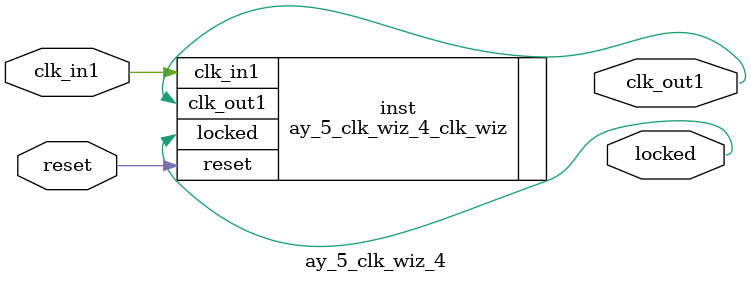
<source format=v>


`timescale 1ps/1ps

(* CORE_GENERATION_INFO = "ay_5_clk_wiz_4,clk_wiz_v6_0_14_0_0,{component_name=ay_5_clk_wiz_4,use_phase_alignment=true,use_min_o_jitter=false,use_max_i_jitter=false,use_dyn_phase_shift=false,use_inclk_switchover=false,use_dyn_reconfig=false,enable_axi=0,feedback_source=FDBK_AUTO,PRIMITIVE=MMCM,num_out_clk=1,clkin1_period=10.000,clkin2_period=10.000,use_power_down=false,use_reset=true,use_locked=true,use_inclk_stopped=false,feedback_type=SINGLE,CLOCK_MGR_TYPE=NA,manual_override=false}" *)

module ay_5_clk_wiz_4 
 (
  // Clock out ports
  output        clk_out1,
  // Status and control signals
  input         reset,
  output        locked,
 // Clock in ports
  input         clk_in1
 );

  ay_5_clk_wiz_4_clk_wiz inst
  (
  // Clock out ports  
  .clk_out1(clk_out1),
  // Status and control signals               
  .reset(reset), 
  .locked(locked),
 // Clock in ports
  .clk_in1(clk_in1)
  );

endmodule

</source>
